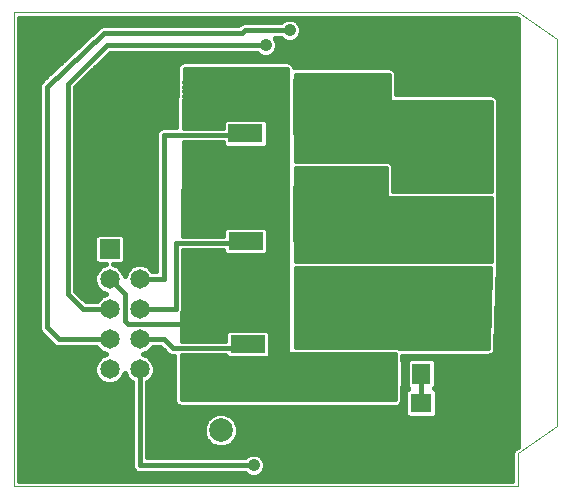
<source format=gbl>
G75*
%MOIN*%
%OFA0B0*%
%FSLAX25Y25*%
%IPPOS*%
%LPD*%
%AMOC8*
5,1,8,0,0,1.08239X$1,22.5*
%
%ADD10C,0.00000*%
%ADD11R,0.11811X0.06299*%
%ADD12R,0.22500X0.19000*%
%ADD13R,0.06299X0.07098*%
%ADD14R,0.07087X0.06299*%
%ADD15C,0.07874*%
%ADD16R,0.12598X0.07087*%
%ADD17R,0.06500X0.06500*%
%ADD18C,0.06500*%
%ADD19C,0.07400*%
%ADD20C,0.04134*%
%ADD21C,0.01600*%
%ADD22C,0.05600*%
D10*
X0005867Y0006387D02*
X0005867Y0164387D01*
X0173867Y0164387D01*
X0186867Y0155387D01*
X0186867Y0026387D01*
X0173867Y0017387D01*
X0173867Y0006387D01*
X0005867Y0006387D01*
D11*
X0083985Y0053694D03*
X0083985Y0071647D03*
X0083260Y0088159D03*
X0083260Y0106112D03*
X0083064Y0123954D03*
X0083064Y0141907D03*
D12*
X0110221Y0132931D03*
X0110418Y0097135D03*
X0111142Y0062671D03*
D13*
X0130599Y0043907D03*
X0141796Y0043907D03*
D14*
X0141796Y0034088D03*
X0141796Y0023064D03*
D15*
X0094965Y0025029D03*
X0074965Y0025029D03*
X0152225Y0072155D03*
X0152225Y0092155D03*
X0152225Y0112155D03*
D16*
X0115056Y0043545D03*
X0115056Y0021497D03*
D17*
X0037867Y0085387D03*
D18*
X0047867Y0085387D03*
X0047867Y0075387D03*
X0037867Y0075387D03*
X0037867Y0065387D03*
X0047867Y0065387D03*
X0047867Y0055387D03*
X0047867Y0045387D03*
X0037867Y0045387D03*
X0037867Y0055387D03*
D19*
X0026867Y0026387D03*
X0026867Y0016387D03*
X0014867Y0146387D03*
X0014867Y0156387D03*
X0161867Y0153387D03*
X0161867Y0143387D03*
X0163867Y0026387D03*
X0163867Y0016387D03*
D20*
X0127867Y0058387D03*
X0127867Y0063387D03*
X0122867Y0063387D03*
X0122867Y0058387D03*
X0122867Y0068387D03*
X0127867Y0068387D03*
X0127867Y0092387D03*
X0122867Y0092387D03*
X0122867Y0097387D03*
X0127867Y0097387D03*
X0127867Y0102387D03*
X0122867Y0102387D03*
X0122867Y0130387D03*
X0127867Y0130387D03*
X0127867Y0135387D03*
X0122867Y0135387D03*
X0122867Y0140387D03*
X0127867Y0140387D03*
X0097867Y0158387D03*
X0089867Y0153387D03*
X0064867Y0138387D03*
X0064867Y0133387D03*
X0064867Y0128387D03*
X0064867Y0116387D03*
X0064867Y0111387D03*
X0064867Y0106387D03*
X0064867Y0080387D03*
X0064867Y0075387D03*
X0064867Y0070387D03*
X0085867Y0013387D03*
X0107867Y0013387D03*
X0113867Y0013387D03*
X0119867Y0013387D03*
D21*
X0136452Y0030193D02*
X0137507Y0029138D01*
X0146085Y0029138D01*
X0147139Y0030193D01*
X0147139Y0037983D01*
X0146128Y0038995D01*
X0146745Y0039612D01*
X0146745Y0048202D01*
X0145691Y0049256D01*
X0137901Y0049256D01*
X0136846Y0048202D01*
X0136846Y0039612D01*
X0137464Y0038995D01*
X0136452Y0037983D01*
X0136452Y0030193D01*
X0136452Y0030867D02*
X0050467Y0030867D01*
X0050467Y0032465D02*
X0136452Y0032465D01*
X0136452Y0034064D02*
X0135133Y0034064D01*
X0135071Y0033914D02*
X0135467Y0034870D01*
X0135467Y0039530D01*
X0135549Y0039612D01*
X0135549Y0048202D01*
X0135467Y0048284D01*
X0135467Y0049787D01*
X0163822Y0049787D01*
X0164294Y0049771D01*
X0164337Y0049787D01*
X0164384Y0049787D01*
X0164820Y0049968D01*
X0165263Y0050134D01*
X0165297Y0050165D01*
X0165339Y0050183D01*
X0165673Y0050517D01*
X0166019Y0050839D01*
X0166038Y0050882D01*
X0166071Y0050914D01*
X0166252Y0051351D01*
X0166447Y0051781D01*
X0166449Y0051827D01*
X0166467Y0051870D01*
X0166467Y0052342D01*
X0167449Y0080827D01*
X0167467Y0080870D01*
X0167467Y0081342D01*
X0167483Y0081814D01*
X0167467Y0081858D01*
X0167467Y0134904D01*
X0167071Y0135860D01*
X0166339Y0136591D01*
X0165384Y0136987D01*
X0133467Y0136987D01*
X0133467Y0143904D01*
X0133071Y0144860D01*
X0132339Y0145591D01*
X0131384Y0145987D01*
X0099432Y0145987D01*
X0099071Y0146860D01*
X0098339Y0147591D01*
X0097384Y0147987D01*
X0062878Y0147987D01*
X0062373Y0147992D01*
X0062362Y0147987D01*
X0062349Y0147987D01*
X0061882Y0147794D01*
X0061414Y0147605D01*
X0061405Y0147596D01*
X0061394Y0147591D01*
X0061037Y0147234D01*
X0060676Y0146880D01*
X0060671Y0146869D01*
X0060662Y0146860D01*
X0060469Y0146393D01*
X0060271Y0145928D01*
X0060271Y0145916D01*
X0060267Y0145904D01*
X0060267Y0145398D01*
X0060090Y0125987D01*
X0055349Y0125987D01*
X0054394Y0125591D01*
X0053662Y0124860D01*
X0053267Y0123904D01*
X0053267Y0077987D01*
X0052256Y0077987D01*
X0052148Y0078248D01*
X0050727Y0079668D01*
X0048871Y0080437D01*
X0046862Y0080437D01*
X0045006Y0079668D01*
X0043585Y0078248D01*
X0042867Y0076512D01*
X0042148Y0078248D01*
X0040727Y0079668D01*
X0039113Y0080337D01*
X0041862Y0080337D01*
X0042917Y0081392D01*
X0042917Y0089383D01*
X0041862Y0090437D01*
X0033871Y0090437D01*
X0032817Y0089383D01*
X0032817Y0081392D01*
X0033871Y0080337D01*
X0036621Y0080337D01*
X0035006Y0079668D01*
X0033585Y0078248D01*
X0032817Y0076392D01*
X0032817Y0074383D01*
X0033585Y0072527D01*
X0035006Y0071106D01*
X0036741Y0070387D01*
X0035006Y0069668D01*
X0033585Y0068248D01*
X0033478Y0067987D01*
X0029944Y0067987D01*
X0026467Y0071464D01*
X0026467Y0139310D01*
X0037944Y0150787D01*
X0086998Y0150787D01*
X0087676Y0150109D01*
X0089097Y0149520D01*
X0090636Y0149520D01*
X0092057Y0150109D01*
X0093145Y0151197D01*
X0093734Y0152618D01*
X0093734Y0154156D01*
X0093145Y0155578D01*
X0092935Y0155787D01*
X0094998Y0155787D01*
X0095676Y0155109D01*
X0097097Y0154520D01*
X0098636Y0154520D01*
X0100057Y0155109D01*
X0101145Y0156197D01*
X0101734Y0157618D01*
X0101734Y0159156D01*
X0101145Y0160578D01*
X0100057Y0161665D01*
X0098636Y0162254D01*
X0097097Y0162254D01*
X0095676Y0161665D01*
X0094998Y0160987D01*
X0082349Y0160987D01*
X0081394Y0160591D01*
X0080790Y0159987D01*
X0035902Y0159987D01*
X0035420Y0160000D01*
X0035386Y0159987D01*
X0035349Y0159987D01*
X0034904Y0159803D01*
X0034454Y0159630D01*
X0034428Y0159605D01*
X0034394Y0159591D01*
X0034053Y0159251D01*
X0015427Y0141605D01*
X0015394Y0141591D01*
X0015053Y0141251D01*
X0014703Y0140919D01*
X0014688Y0140886D01*
X0014662Y0140860D01*
X0014478Y0140415D01*
X0014282Y0139974D01*
X0014281Y0139938D01*
X0014267Y0139904D01*
X0014267Y0139422D01*
X0014254Y0138940D01*
X0014267Y0138906D01*
X0014267Y0058870D01*
X0014662Y0057914D01*
X0015394Y0057183D01*
X0019394Y0053183D01*
X0020349Y0052787D01*
X0033478Y0052787D01*
X0033585Y0052527D01*
X0035006Y0051106D01*
X0036741Y0050387D01*
X0035006Y0049668D01*
X0033585Y0048248D01*
X0032817Y0046392D01*
X0032817Y0044383D01*
X0033585Y0042527D01*
X0035006Y0041106D01*
X0036862Y0040337D01*
X0038871Y0040337D01*
X0040727Y0041106D01*
X0042148Y0042527D01*
X0042867Y0044262D01*
X0043585Y0042527D01*
X0045006Y0041106D01*
X0045267Y0040998D01*
X0045267Y0012870D01*
X0045662Y0011914D01*
X0046394Y0011183D01*
X0047349Y0010787D01*
X0082998Y0010787D01*
X0083676Y0010109D01*
X0085097Y0009520D01*
X0086636Y0009520D01*
X0088057Y0010109D01*
X0089145Y0011197D01*
X0089734Y0012618D01*
X0089734Y0014156D01*
X0089145Y0015578D01*
X0088057Y0016665D01*
X0086636Y0017254D01*
X0085097Y0017254D01*
X0083676Y0016665D01*
X0082998Y0015987D01*
X0050467Y0015987D01*
X0050467Y0040998D01*
X0050727Y0041106D01*
X0052148Y0042527D01*
X0052917Y0044383D01*
X0052917Y0046392D01*
X0052148Y0048248D01*
X0050727Y0049668D01*
X0048992Y0050387D01*
X0050727Y0051106D01*
X0052148Y0052527D01*
X0052256Y0052787D01*
X0054790Y0052787D01*
X0056662Y0050914D01*
X0057394Y0050183D01*
X0058349Y0049787D01*
X0059397Y0049787D01*
X0059271Y0035916D01*
X0059267Y0035904D01*
X0059267Y0035398D01*
X0059262Y0034894D01*
X0059267Y0034882D01*
X0059267Y0034870D01*
X0059460Y0034403D01*
X0059649Y0033935D01*
X0059658Y0033926D01*
X0059662Y0033914D01*
X0060019Y0033558D01*
X0060374Y0033197D01*
X0060385Y0033192D01*
X0060394Y0033183D01*
X0060861Y0032990D01*
X0061326Y0032792D01*
X0061338Y0032792D01*
X0061349Y0032787D01*
X0061855Y0032787D01*
X0062360Y0032783D01*
X0062372Y0032787D01*
X0133384Y0032787D01*
X0134339Y0033183D01*
X0135071Y0033914D01*
X0135467Y0035662D02*
X0136452Y0035662D01*
X0136452Y0037261D02*
X0135467Y0037261D01*
X0135467Y0038859D02*
X0137328Y0038859D01*
X0136846Y0040458D02*
X0135549Y0040458D01*
X0135549Y0042056D02*
X0136846Y0042056D01*
X0136846Y0043655D02*
X0135549Y0043655D01*
X0135549Y0045253D02*
X0136846Y0045253D01*
X0136846Y0046852D02*
X0135549Y0046852D01*
X0135467Y0048450D02*
X0137095Y0048450D01*
X0132867Y0048450D02*
X0061985Y0048450D01*
X0061999Y0049987D02*
X0076479Y0049987D01*
X0076479Y0049882D01*
X0077417Y0048945D01*
X0090553Y0048945D01*
X0091490Y0049882D01*
X0091490Y0057507D01*
X0090553Y0058444D01*
X0077417Y0058444D01*
X0076479Y0057507D01*
X0076479Y0054787D01*
X0062043Y0054787D01*
X0062132Y0064585D01*
X0062267Y0064910D01*
X0062267Y0079386D01*
X0062318Y0084987D01*
X0075755Y0084987D01*
X0075755Y0084347D01*
X0076692Y0083409D01*
X0089829Y0083409D01*
X0090766Y0084347D01*
X0090766Y0091971D01*
X0089829Y0092908D01*
X0076692Y0092908D01*
X0075755Y0091971D01*
X0075755Y0089787D01*
X0062361Y0089787D01*
X0062645Y0120987D01*
X0075558Y0120987D01*
X0075558Y0120142D01*
X0076495Y0119205D01*
X0089632Y0119205D01*
X0090569Y0120142D01*
X0090569Y0127766D01*
X0089632Y0128704D01*
X0076495Y0128704D01*
X0075558Y0127766D01*
X0075558Y0125787D01*
X0062688Y0125787D01*
X0062867Y0145387D01*
X0096867Y0145387D01*
X0096867Y0050387D01*
X0132867Y0050387D01*
X0132867Y0035387D01*
X0061867Y0035387D01*
X0061999Y0049987D01*
X0059385Y0048450D02*
X0051945Y0048450D01*
X0052726Y0046852D02*
X0059371Y0046852D01*
X0059356Y0045253D02*
X0052917Y0045253D01*
X0052615Y0043655D02*
X0059342Y0043655D01*
X0059327Y0042056D02*
X0051677Y0042056D01*
X0050467Y0040458D02*
X0059313Y0040458D01*
X0059298Y0038859D02*
X0050467Y0038859D01*
X0050467Y0037261D02*
X0059284Y0037261D01*
X0059267Y0035662D02*
X0050467Y0035662D01*
X0050467Y0034064D02*
X0059597Y0034064D01*
X0061869Y0035662D02*
X0132867Y0035662D01*
X0132867Y0037261D02*
X0061884Y0037261D01*
X0061898Y0038859D02*
X0132867Y0038859D01*
X0132867Y0040458D02*
X0061913Y0040458D01*
X0061927Y0042056D02*
X0132867Y0042056D01*
X0132867Y0043655D02*
X0061942Y0043655D01*
X0061956Y0045253D02*
X0132867Y0045253D01*
X0132867Y0046852D02*
X0061971Y0046852D01*
X0057718Y0050049D02*
X0049809Y0050049D01*
X0051269Y0051647D02*
X0055930Y0051647D01*
X0058867Y0052387D02*
X0055867Y0055387D01*
X0047867Y0055387D01*
X0043867Y0060387D02*
X0042867Y0061387D01*
X0042867Y0070387D01*
X0037867Y0075387D01*
X0042572Y0077223D02*
X0043161Y0077223D01*
X0044160Y0078822D02*
X0041574Y0078822D01*
X0041946Y0080420D02*
X0046822Y0080420D01*
X0048912Y0080420D02*
X0053267Y0080420D01*
X0053267Y0078822D02*
X0051574Y0078822D01*
X0053267Y0082019D02*
X0042917Y0082019D01*
X0042917Y0083618D02*
X0053267Y0083618D01*
X0053267Y0085216D02*
X0042917Y0085216D01*
X0042917Y0086815D02*
X0053267Y0086815D01*
X0053267Y0088413D02*
X0042917Y0088413D01*
X0042288Y0090012D02*
X0053267Y0090012D01*
X0053267Y0091610D02*
X0026467Y0091610D01*
X0026467Y0090012D02*
X0033445Y0090012D01*
X0032817Y0088413D02*
X0026467Y0088413D01*
X0026467Y0086815D02*
X0032817Y0086815D01*
X0032817Y0085216D02*
X0026467Y0085216D01*
X0026467Y0083618D02*
X0032817Y0083618D01*
X0032817Y0082019D02*
X0026467Y0082019D01*
X0026467Y0080420D02*
X0033788Y0080420D01*
X0034160Y0078822D02*
X0026467Y0078822D01*
X0026467Y0077223D02*
X0033161Y0077223D01*
X0032817Y0075625D02*
X0026467Y0075625D01*
X0026467Y0074026D02*
X0032964Y0074026D01*
X0033684Y0072428D02*
X0026467Y0072428D01*
X0027101Y0070829D02*
X0035674Y0070829D01*
X0034569Y0069231D02*
X0028700Y0069231D01*
X0028867Y0065387D02*
X0037867Y0065387D01*
X0043867Y0060387D02*
X0066867Y0060387D01*
X0071867Y0065387D01*
X0082867Y0065387D01*
X0077014Y0058041D02*
X0062073Y0058041D01*
X0062058Y0056443D02*
X0076479Y0056443D01*
X0076479Y0054844D02*
X0062044Y0054844D01*
X0058867Y0052387D02*
X0082678Y0052387D01*
X0083985Y0053694D01*
X0091490Y0053246D02*
X0096867Y0053246D01*
X0096867Y0054844D02*
X0091490Y0054844D01*
X0091490Y0056443D02*
X0096867Y0056443D01*
X0096867Y0058041D02*
X0090956Y0058041D01*
X0096867Y0059640D02*
X0062087Y0059640D01*
X0062102Y0061238D02*
X0096867Y0061238D01*
X0096867Y0062837D02*
X0062116Y0062837D01*
X0062131Y0064435D02*
X0096867Y0064435D01*
X0096867Y0066034D02*
X0062267Y0066034D01*
X0062267Y0067632D02*
X0096867Y0067632D01*
X0096867Y0069231D02*
X0062267Y0069231D01*
X0062267Y0070829D02*
X0096867Y0070829D01*
X0096867Y0072428D02*
X0062267Y0072428D01*
X0062267Y0074026D02*
X0096867Y0074026D01*
X0096867Y0075625D02*
X0062267Y0075625D01*
X0062267Y0077223D02*
X0096867Y0077223D01*
X0096867Y0078822D02*
X0062267Y0078822D01*
X0062276Y0080420D02*
X0096867Y0080420D01*
X0096867Y0082019D02*
X0062291Y0082019D01*
X0062305Y0083618D02*
X0076484Y0083618D01*
X0082489Y0087387D02*
X0059867Y0087387D01*
X0059867Y0065387D01*
X0047867Y0065387D01*
X0037867Y0055387D02*
X0020867Y0055387D01*
X0016867Y0059387D01*
X0016867Y0139387D01*
X0035867Y0157387D01*
X0081867Y0157387D01*
X0082867Y0158387D01*
X0097867Y0158387D01*
X0100499Y0155551D02*
X0173867Y0155551D01*
X0173867Y0157149D02*
X0101539Y0157149D01*
X0101734Y0158748D02*
X0173867Y0158748D01*
X0173867Y0160346D02*
X0101241Y0160346D01*
X0099383Y0161945D02*
X0173867Y0161945D01*
X0173867Y0162198D02*
X0173867Y0019576D01*
X0173304Y0019187D01*
X0173121Y0019187D01*
X0172709Y0018775D01*
X0172229Y0018443D01*
X0172196Y0018262D01*
X0172067Y0018133D01*
X0172067Y0017550D01*
X0171962Y0016976D01*
X0172067Y0016825D01*
X0172067Y0008187D01*
X0007667Y0008187D01*
X0007667Y0162587D01*
X0173304Y0162587D01*
X0173867Y0162198D01*
X0173867Y0153952D02*
X0093734Y0153952D01*
X0093624Y0152353D02*
X0173867Y0152353D01*
X0173867Y0150755D02*
X0092703Y0150755D01*
X0089867Y0153387D02*
X0036867Y0153387D01*
X0023867Y0140387D01*
X0023867Y0070387D01*
X0028867Y0065387D01*
X0017733Y0054844D02*
X0007667Y0054844D01*
X0007667Y0053246D02*
X0019331Y0053246D01*
X0016134Y0056443D02*
X0007667Y0056443D01*
X0007667Y0058041D02*
X0014610Y0058041D01*
X0014267Y0059640D02*
X0007667Y0059640D01*
X0007667Y0061238D02*
X0014267Y0061238D01*
X0014267Y0062837D02*
X0007667Y0062837D01*
X0007667Y0064435D02*
X0014267Y0064435D01*
X0014267Y0066034D02*
X0007667Y0066034D01*
X0007667Y0067632D02*
X0014267Y0067632D01*
X0014267Y0069231D02*
X0007667Y0069231D01*
X0007667Y0070829D02*
X0014267Y0070829D01*
X0014267Y0072428D02*
X0007667Y0072428D01*
X0007667Y0074026D02*
X0014267Y0074026D01*
X0014267Y0075625D02*
X0007667Y0075625D01*
X0007667Y0077223D02*
X0014267Y0077223D01*
X0014267Y0078822D02*
X0007667Y0078822D01*
X0007667Y0080420D02*
X0014267Y0080420D01*
X0014267Y0082019D02*
X0007667Y0082019D01*
X0007667Y0083618D02*
X0014267Y0083618D01*
X0014267Y0085216D02*
X0007667Y0085216D01*
X0007667Y0086815D02*
X0014267Y0086815D01*
X0014267Y0088413D02*
X0007667Y0088413D01*
X0007667Y0090012D02*
X0014267Y0090012D01*
X0014267Y0091610D02*
X0007667Y0091610D01*
X0007667Y0093209D02*
X0014267Y0093209D01*
X0014267Y0094807D02*
X0007667Y0094807D01*
X0007667Y0096406D02*
X0014267Y0096406D01*
X0014267Y0098004D02*
X0007667Y0098004D01*
X0007667Y0099603D02*
X0014267Y0099603D01*
X0014267Y0101201D02*
X0007667Y0101201D01*
X0007667Y0102800D02*
X0014267Y0102800D01*
X0014267Y0104398D02*
X0007667Y0104398D01*
X0007667Y0105997D02*
X0014267Y0105997D01*
X0014267Y0107595D02*
X0007667Y0107595D01*
X0007667Y0109194D02*
X0014267Y0109194D01*
X0014267Y0110792D02*
X0007667Y0110792D01*
X0007667Y0112391D02*
X0014267Y0112391D01*
X0014267Y0113989D02*
X0007667Y0113989D01*
X0007667Y0115588D02*
X0014267Y0115588D01*
X0014267Y0117186D02*
X0007667Y0117186D01*
X0007667Y0118785D02*
X0014267Y0118785D01*
X0014267Y0120383D02*
X0007667Y0120383D01*
X0007667Y0121982D02*
X0014267Y0121982D01*
X0014267Y0123580D02*
X0007667Y0123580D01*
X0007667Y0125179D02*
X0014267Y0125179D01*
X0014267Y0126777D02*
X0007667Y0126777D01*
X0007667Y0128376D02*
X0014267Y0128376D01*
X0014267Y0129974D02*
X0007667Y0129974D01*
X0007667Y0131573D02*
X0014267Y0131573D01*
X0014267Y0133171D02*
X0007667Y0133171D01*
X0007667Y0134770D02*
X0014267Y0134770D01*
X0014267Y0136368D02*
X0007667Y0136368D01*
X0007667Y0137967D02*
X0014267Y0137967D01*
X0014267Y0139565D02*
X0007667Y0139565D01*
X0007667Y0141164D02*
X0014962Y0141164D01*
X0016649Y0142762D02*
X0007667Y0142762D01*
X0007667Y0144361D02*
X0018336Y0144361D01*
X0020024Y0145959D02*
X0007667Y0145959D01*
X0007667Y0147558D02*
X0021711Y0147558D01*
X0023398Y0149156D02*
X0007667Y0149156D01*
X0007667Y0150755D02*
X0025086Y0150755D01*
X0026773Y0152353D02*
X0007667Y0152353D01*
X0007667Y0153952D02*
X0028460Y0153952D01*
X0030147Y0155551D02*
X0007667Y0155551D01*
X0007667Y0157149D02*
X0031835Y0157149D01*
X0033522Y0158748D02*
X0007667Y0158748D01*
X0007667Y0160346D02*
X0081149Y0160346D01*
X0087030Y0150755D02*
X0037911Y0150755D01*
X0036313Y0149156D02*
X0173867Y0149156D01*
X0173867Y0147558D02*
X0098373Y0147558D01*
X0096867Y0144361D02*
X0062857Y0144361D01*
X0062843Y0142762D02*
X0096867Y0142762D01*
X0096867Y0141164D02*
X0062828Y0141164D01*
X0062814Y0139565D02*
X0096867Y0139565D01*
X0096867Y0137967D02*
X0062799Y0137967D01*
X0062785Y0136368D02*
X0096867Y0136368D01*
X0096867Y0134770D02*
X0062770Y0134770D01*
X0062756Y0133171D02*
X0096867Y0133171D01*
X0096867Y0131573D02*
X0062741Y0131573D01*
X0062727Y0129974D02*
X0096867Y0129974D01*
X0096867Y0128376D02*
X0089960Y0128376D01*
X0090569Y0126777D02*
X0096867Y0126777D01*
X0096867Y0125179D02*
X0090569Y0125179D01*
X0090569Y0123580D02*
X0096867Y0123580D01*
X0096867Y0121982D02*
X0090569Y0121982D01*
X0090569Y0120383D02*
X0096867Y0120383D01*
X0096867Y0118785D02*
X0062625Y0118785D01*
X0062639Y0120383D02*
X0075558Y0120383D01*
X0079867Y0123387D02*
X0079867Y0123954D01*
X0083064Y0123954D01*
X0079867Y0123387D02*
X0055867Y0123387D01*
X0055867Y0075387D01*
X0047867Y0075387D01*
X0062363Y0090012D02*
X0075755Y0090012D01*
X0075755Y0091610D02*
X0062378Y0091610D01*
X0062392Y0093209D02*
X0096867Y0093209D01*
X0096867Y0094807D02*
X0062407Y0094807D01*
X0062421Y0096406D02*
X0096867Y0096406D01*
X0096867Y0098004D02*
X0062436Y0098004D01*
X0062450Y0099603D02*
X0096867Y0099603D01*
X0096867Y0101201D02*
X0062465Y0101201D01*
X0062479Y0102800D02*
X0096867Y0102800D01*
X0096867Y0104398D02*
X0062494Y0104398D01*
X0062509Y0105997D02*
X0096867Y0105997D01*
X0096867Y0107595D02*
X0062523Y0107595D01*
X0062538Y0109194D02*
X0096867Y0109194D01*
X0096867Y0110792D02*
X0062552Y0110792D01*
X0062567Y0112391D02*
X0096867Y0112391D01*
X0096867Y0113989D02*
X0062581Y0113989D01*
X0062596Y0115588D02*
X0096867Y0115588D01*
X0096867Y0117186D02*
X0062610Y0117186D01*
X0053267Y0117186D02*
X0026467Y0117186D01*
X0026467Y0115588D02*
X0053267Y0115588D01*
X0053267Y0113989D02*
X0026467Y0113989D01*
X0026467Y0112391D02*
X0053267Y0112391D01*
X0053267Y0110792D02*
X0026467Y0110792D01*
X0026467Y0109194D02*
X0053267Y0109194D01*
X0053267Y0107595D02*
X0026467Y0107595D01*
X0026467Y0105997D02*
X0053267Y0105997D01*
X0053267Y0104398D02*
X0026467Y0104398D01*
X0026467Y0102800D02*
X0053267Y0102800D01*
X0053267Y0101201D02*
X0026467Y0101201D01*
X0026467Y0099603D02*
X0053267Y0099603D01*
X0053267Y0098004D02*
X0026467Y0098004D01*
X0026467Y0096406D02*
X0053267Y0096406D01*
X0053267Y0094807D02*
X0026467Y0094807D01*
X0026467Y0093209D02*
X0053267Y0093209D01*
X0053267Y0118785D02*
X0026467Y0118785D01*
X0026467Y0120383D02*
X0053267Y0120383D01*
X0053267Y0121982D02*
X0026467Y0121982D01*
X0026467Y0123580D02*
X0053267Y0123580D01*
X0053981Y0125179D02*
X0026467Y0125179D01*
X0026467Y0126777D02*
X0060097Y0126777D01*
X0060112Y0128376D02*
X0026467Y0128376D01*
X0026467Y0129974D02*
X0060126Y0129974D01*
X0060141Y0131573D02*
X0026467Y0131573D01*
X0026467Y0133171D02*
X0060156Y0133171D01*
X0060170Y0134770D02*
X0026467Y0134770D01*
X0026467Y0136368D02*
X0060185Y0136368D01*
X0060199Y0137967D02*
X0026467Y0137967D01*
X0026722Y0139565D02*
X0060214Y0139565D01*
X0060228Y0141164D02*
X0028320Y0141164D01*
X0029919Y0142762D02*
X0060243Y0142762D01*
X0060257Y0144361D02*
X0031517Y0144361D01*
X0033116Y0145959D02*
X0060285Y0145959D01*
X0061360Y0147558D02*
X0034714Y0147558D01*
X0007667Y0161945D02*
X0096350Y0161945D01*
X0095235Y0155551D02*
X0093156Y0155551D01*
X0099867Y0143387D02*
X0099867Y0114787D01*
X0130344Y0114787D01*
X0131226Y0114422D01*
X0131901Y0113747D01*
X0132267Y0112865D01*
X0132267Y0104787D01*
X0164867Y0104787D01*
X0164867Y0134387D01*
X0130867Y0134387D01*
X0130867Y0143387D01*
X0099867Y0143387D01*
X0099867Y0142762D02*
X0130867Y0142762D01*
X0130867Y0141164D02*
X0099867Y0141164D01*
X0099867Y0139565D02*
X0130867Y0139565D01*
X0130867Y0137967D02*
X0099867Y0137967D01*
X0099867Y0136368D02*
X0130867Y0136368D01*
X0130867Y0134770D02*
X0099867Y0134770D01*
X0099867Y0133171D02*
X0164867Y0133171D01*
X0164867Y0131573D02*
X0099867Y0131573D01*
X0099867Y0129974D02*
X0164867Y0129974D01*
X0164867Y0128376D02*
X0099867Y0128376D01*
X0099867Y0126777D02*
X0164867Y0126777D01*
X0164867Y0125179D02*
X0099867Y0125179D01*
X0099867Y0123580D02*
X0164867Y0123580D01*
X0164867Y0121982D02*
X0099867Y0121982D01*
X0099867Y0120383D02*
X0164867Y0120383D01*
X0164867Y0118785D02*
X0099867Y0118785D01*
X0099867Y0117186D02*
X0164867Y0117186D01*
X0164867Y0115588D02*
X0099867Y0115588D01*
X0099867Y0112387D02*
X0129867Y0112387D01*
X0129867Y0102387D01*
X0164867Y0102387D01*
X0164867Y0081387D01*
X0099867Y0081387D01*
X0099867Y0112387D01*
X0099867Y0110792D02*
X0129867Y0110792D01*
X0129867Y0109194D02*
X0099867Y0109194D01*
X0099867Y0107595D02*
X0129867Y0107595D01*
X0129867Y0105997D02*
X0099867Y0105997D01*
X0099867Y0104398D02*
X0129867Y0104398D01*
X0129867Y0102800D02*
X0099867Y0102800D01*
X0099867Y0101201D02*
X0164867Y0101201D01*
X0164867Y0099603D02*
X0099867Y0099603D01*
X0099867Y0098004D02*
X0164867Y0098004D01*
X0164867Y0096406D02*
X0099867Y0096406D01*
X0099867Y0094807D02*
X0164867Y0094807D01*
X0164867Y0093209D02*
X0099867Y0093209D01*
X0099867Y0091610D02*
X0164867Y0091610D01*
X0164867Y0090012D02*
X0099867Y0090012D01*
X0099867Y0088413D02*
X0164867Y0088413D01*
X0164867Y0086815D02*
X0099867Y0086815D01*
X0099867Y0085216D02*
X0164867Y0085216D01*
X0164867Y0083618D02*
X0099867Y0083618D01*
X0099867Y0082019D02*
X0164867Y0082019D01*
X0167467Y0082019D02*
X0173867Y0082019D01*
X0173867Y0080420D02*
X0167435Y0080420D01*
X0167380Y0078822D02*
X0173867Y0078822D01*
X0173867Y0077223D02*
X0167325Y0077223D01*
X0167269Y0075625D02*
X0173867Y0075625D01*
X0173867Y0074026D02*
X0167214Y0074026D01*
X0167159Y0072428D02*
X0173867Y0072428D01*
X0173867Y0070829D02*
X0167104Y0070829D01*
X0167049Y0069231D02*
X0173867Y0069231D01*
X0173867Y0067632D02*
X0166994Y0067632D01*
X0166939Y0066034D02*
X0173867Y0066034D01*
X0173867Y0064435D02*
X0166884Y0064435D01*
X0166829Y0062837D02*
X0173867Y0062837D01*
X0173867Y0061238D02*
X0166773Y0061238D01*
X0166718Y0059640D02*
X0173867Y0059640D01*
X0173867Y0058041D02*
X0166663Y0058041D01*
X0166608Y0056443D02*
X0173867Y0056443D01*
X0173867Y0054844D02*
X0166553Y0054844D01*
X0166498Y0053246D02*
X0173867Y0053246D01*
X0173867Y0051647D02*
X0166387Y0051647D01*
X0165036Y0050049D02*
X0173867Y0050049D01*
X0173867Y0048450D02*
X0146497Y0048450D01*
X0146745Y0046852D02*
X0173867Y0046852D01*
X0173867Y0045253D02*
X0146745Y0045253D01*
X0146745Y0043655D02*
X0173867Y0043655D01*
X0173867Y0042056D02*
X0146745Y0042056D01*
X0146745Y0040458D02*
X0173867Y0040458D01*
X0173867Y0038859D02*
X0146263Y0038859D01*
X0147139Y0037261D02*
X0173867Y0037261D01*
X0173867Y0035662D02*
X0147139Y0035662D01*
X0147139Y0034064D02*
X0173867Y0034064D01*
X0173867Y0032465D02*
X0147139Y0032465D01*
X0147139Y0030867D02*
X0173867Y0030867D01*
X0173867Y0029268D02*
X0146214Y0029268D01*
X0141796Y0034088D02*
X0141796Y0043907D01*
X0132867Y0050049D02*
X0091490Y0050049D01*
X0091490Y0051647D02*
X0096867Y0051647D01*
X0099867Y0052787D02*
X0099867Y0078987D01*
X0164784Y0078987D01*
X0163867Y0052387D01*
X0134261Y0052387D01*
X0134226Y0052422D01*
X0133344Y0052787D01*
X0099867Y0052787D01*
X0099867Y0053246D02*
X0163896Y0053246D01*
X0163951Y0054844D02*
X0099867Y0054844D01*
X0099867Y0056443D02*
X0164007Y0056443D01*
X0164062Y0058041D02*
X0099867Y0058041D01*
X0099867Y0059640D02*
X0164117Y0059640D01*
X0164172Y0061238D02*
X0099867Y0061238D01*
X0099867Y0062837D02*
X0164227Y0062837D01*
X0164282Y0064435D02*
X0099867Y0064435D01*
X0099867Y0066034D02*
X0164337Y0066034D01*
X0164392Y0067632D02*
X0099867Y0067632D01*
X0099867Y0069231D02*
X0164447Y0069231D01*
X0164503Y0070829D02*
X0099867Y0070829D01*
X0099867Y0072428D02*
X0164558Y0072428D01*
X0164613Y0074026D02*
X0099867Y0074026D01*
X0099867Y0075625D02*
X0164668Y0075625D01*
X0164723Y0077223D02*
X0099867Y0077223D01*
X0099867Y0078822D02*
X0164778Y0078822D01*
X0167467Y0083618D02*
X0173867Y0083618D01*
X0173867Y0085216D02*
X0167467Y0085216D01*
X0167467Y0086815D02*
X0173867Y0086815D01*
X0173867Y0088413D02*
X0167467Y0088413D01*
X0167467Y0090012D02*
X0173867Y0090012D01*
X0173867Y0091610D02*
X0167467Y0091610D01*
X0167467Y0093209D02*
X0173867Y0093209D01*
X0173867Y0094807D02*
X0167467Y0094807D01*
X0167467Y0096406D02*
X0173867Y0096406D01*
X0173867Y0098004D02*
X0167467Y0098004D01*
X0167467Y0099603D02*
X0173867Y0099603D01*
X0173867Y0101201D02*
X0167467Y0101201D01*
X0167467Y0102800D02*
X0173867Y0102800D01*
X0173867Y0104398D02*
X0167467Y0104398D01*
X0167467Y0105997D02*
X0173867Y0105997D01*
X0173867Y0107595D02*
X0167467Y0107595D01*
X0167467Y0109194D02*
X0173867Y0109194D01*
X0173867Y0110792D02*
X0167467Y0110792D01*
X0167467Y0112391D02*
X0173867Y0112391D01*
X0173867Y0113989D02*
X0167467Y0113989D01*
X0167467Y0115588D02*
X0173867Y0115588D01*
X0173867Y0117186D02*
X0167467Y0117186D01*
X0167467Y0118785D02*
X0173867Y0118785D01*
X0173867Y0120383D02*
X0167467Y0120383D01*
X0167467Y0121982D02*
X0173867Y0121982D01*
X0173867Y0123580D02*
X0167467Y0123580D01*
X0167467Y0125179D02*
X0173867Y0125179D01*
X0173867Y0126777D02*
X0167467Y0126777D01*
X0167467Y0128376D02*
X0173867Y0128376D01*
X0173867Y0129974D02*
X0167467Y0129974D01*
X0167467Y0131573D02*
X0173867Y0131573D01*
X0173867Y0133171D02*
X0167467Y0133171D01*
X0167467Y0134770D02*
X0173867Y0134770D01*
X0173867Y0136368D02*
X0166562Y0136368D01*
X0173867Y0137967D02*
X0133467Y0137967D01*
X0133467Y0139565D02*
X0173867Y0139565D01*
X0173867Y0141164D02*
X0133467Y0141164D01*
X0133467Y0142762D02*
X0173867Y0142762D01*
X0173867Y0144361D02*
X0133278Y0144361D01*
X0131451Y0145959D02*
X0173867Y0145959D01*
X0164867Y0113989D02*
X0131659Y0113989D01*
X0132267Y0112391D02*
X0164867Y0112391D01*
X0164867Y0110792D02*
X0132267Y0110792D01*
X0132267Y0109194D02*
X0164867Y0109194D01*
X0164867Y0107595D02*
X0132267Y0107595D01*
X0132267Y0105997D02*
X0164867Y0105997D01*
X0130599Y0043907D02*
X0130237Y0043545D01*
X0115056Y0043545D01*
X0137377Y0029268D02*
X0078839Y0029268D01*
X0078214Y0029893D02*
X0076106Y0030766D01*
X0073824Y0030766D01*
X0071715Y0029893D01*
X0070101Y0028279D01*
X0069228Y0026170D01*
X0069228Y0023888D01*
X0070101Y0021779D01*
X0071715Y0020165D01*
X0073824Y0019292D01*
X0076106Y0019292D01*
X0078214Y0020165D01*
X0079828Y0021779D01*
X0080702Y0023888D01*
X0080702Y0026170D01*
X0079828Y0028279D01*
X0078214Y0029893D01*
X0080081Y0027670D02*
X0173867Y0027670D01*
X0173867Y0026071D02*
X0080702Y0026071D01*
X0080702Y0024473D02*
X0173867Y0024473D01*
X0173867Y0022874D02*
X0080282Y0022874D01*
X0079325Y0021276D02*
X0173867Y0021276D01*
X0173867Y0019677D02*
X0077036Y0019677D01*
X0072894Y0019677D02*
X0050467Y0019677D01*
X0050467Y0018079D02*
X0172067Y0018079D01*
X0172067Y0016480D02*
X0088242Y0016480D01*
X0089433Y0014882D02*
X0172067Y0014882D01*
X0172067Y0013283D02*
X0089734Y0013283D01*
X0089347Y0011684D02*
X0172067Y0011684D01*
X0172067Y0010086D02*
X0088002Y0010086D01*
X0085867Y0013387D02*
X0047867Y0013387D01*
X0047867Y0045387D01*
X0044056Y0042056D02*
X0041677Y0042056D01*
X0042615Y0043655D02*
X0043118Y0043655D01*
X0045267Y0040458D02*
X0039162Y0040458D01*
X0036571Y0040458D02*
X0007667Y0040458D01*
X0007667Y0042056D02*
X0034056Y0042056D01*
X0033118Y0043655D02*
X0007667Y0043655D01*
X0007667Y0045253D02*
X0032817Y0045253D01*
X0033007Y0046852D02*
X0007667Y0046852D01*
X0007667Y0048450D02*
X0033788Y0048450D01*
X0035924Y0050049D02*
X0007667Y0050049D01*
X0007667Y0051647D02*
X0034465Y0051647D01*
X0045267Y0038859D02*
X0007667Y0038859D01*
X0007667Y0037261D02*
X0045267Y0037261D01*
X0045267Y0035662D02*
X0007667Y0035662D01*
X0007667Y0034064D02*
X0045267Y0034064D01*
X0045267Y0032465D02*
X0007667Y0032465D01*
X0007667Y0030867D02*
X0045267Y0030867D01*
X0045267Y0029268D02*
X0007667Y0029268D01*
X0007667Y0027670D02*
X0045267Y0027670D01*
X0045267Y0026071D02*
X0007667Y0026071D01*
X0007667Y0024473D02*
X0045267Y0024473D01*
X0045267Y0022874D02*
X0007667Y0022874D01*
X0007667Y0021276D02*
X0045267Y0021276D01*
X0045267Y0019677D02*
X0007667Y0019677D01*
X0007667Y0018079D02*
X0045267Y0018079D01*
X0045267Y0016480D02*
X0007667Y0016480D01*
X0007667Y0014882D02*
X0045267Y0014882D01*
X0045267Y0013283D02*
X0007667Y0013283D01*
X0007667Y0011684D02*
X0045892Y0011684D01*
X0050467Y0016480D02*
X0083491Y0016480D01*
X0083732Y0010086D02*
X0007667Y0010086D01*
X0007667Y0008487D02*
X0172067Y0008487D01*
X0096867Y0083618D02*
X0090037Y0083618D01*
X0090766Y0085216D02*
X0096867Y0085216D01*
X0096867Y0086815D02*
X0090766Y0086815D01*
X0090766Y0088413D02*
X0096867Y0088413D01*
X0096867Y0090012D02*
X0090766Y0090012D01*
X0090766Y0091610D02*
X0096867Y0091610D01*
X0083260Y0088159D02*
X0082489Y0087387D01*
X0075558Y0126777D02*
X0062697Y0126777D01*
X0062712Y0128376D02*
X0076167Y0128376D01*
X0071091Y0029268D02*
X0050467Y0029268D01*
X0050467Y0027670D02*
X0069849Y0027670D01*
X0069228Y0026071D02*
X0050467Y0026071D01*
X0050467Y0024473D02*
X0069228Y0024473D01*
X0069648Y0022874D02*
X0050467Y0022874D01*
X0050467Y0021276D02*
X0070605Y0021276D01*
D22*
X0064867Y0040387D03*
X0064867Y0046387D03*
M02*

</source>
